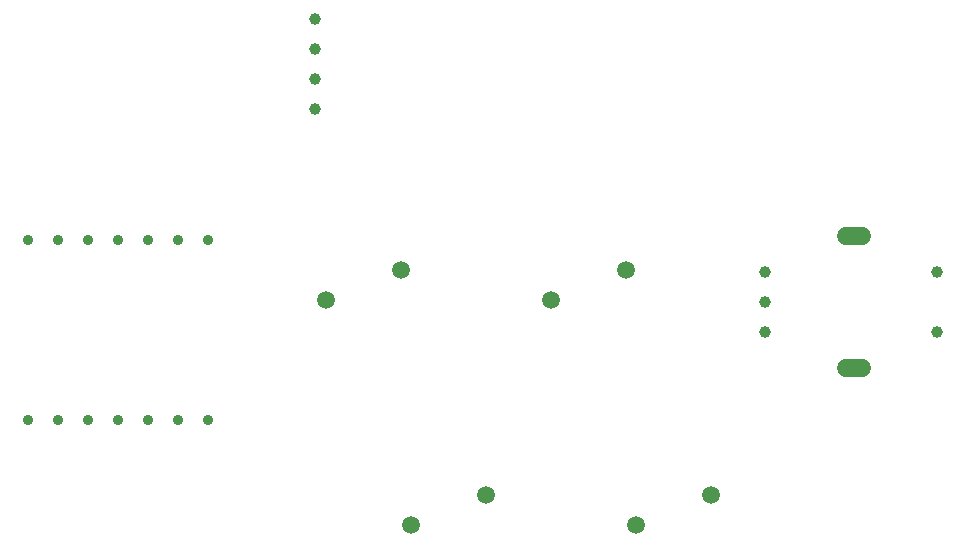
<source format=gbr>
%TF.GenerationSoftware,KiCad,Pcbnew,9.0.6-9.0.6~ubuntu22.04.1*%
%TF.CreationDate,2025-12-08T21:00:47+04:00*%
%TF.ProjectId,HackPad,4861636b-5061-4642-9e6b-696361645f70,rev?*%
%TF.SameCoordinates,Original*%
%TF.FileFunction,Plated,1,2,PTH,Mixed*%
%TF.FilePolarity,Positive*%
%FSLAX46Y46*%
G04 Gerber Fmt 4.6, Leading zero omitted, Abs format (unit mm)*
G04 Created by KiCad (PCBNEW 9.0.6-9.0.6~ubuntu22.04.1) date 2025-12-08 21:00:47*
%MOMM*%
%LPD*%
G01*
G04 APERTURE LIST*
%TA.AperFunction,ComponentDrill*%
%ADD10C,0.889000*%
%TD*%
%TA.AperFunction,ComponentDrill*%
%ADD11C,1.000000*%
%TD*%
%TA.AperFunction,ComponentDrill*%
%ADD12C,1.500000*%
%TD*%
G04 aperture for slot hole*
%TA.AperFunction,ComponentDrill*%
%ADD13C,1.500000*%
%TD*%
G04 APERTURE END LIST*
D10*
%TO.C,U1*%
X39687500Y-49530000D03*
X39687500Y-64770000D03*
X42227500Y-49530000D03*
X42227500Y-64770000D03*
X44767500Y-49530000D03*
X44767500Y-64770000D03*
X47307500Y-49530000D03*
X47307500Y-64770000D03*
X49847500Y-49530000D03*
X49847500Y-64770000D03*
X52387500Y-49530000D03*
X52387500Y-64770000D03*
X54927500Y-49530000D03*
X54927500Y-64770000D03*
D11*
%TO.C,J1*%
X63976250Y-30797500D03*
X63976250Y-33337500D03*
X63976250Y-35877500D03*
X63976250Y-38417500D03*
%TO.C,SW5*%
X102095000Y-52268750D03*
X102095000Y-54768750D03*
X102095000Y-57268750D03*
X116595000Y-52268750D03*
X116595000Y-57268750D03*
D12*
%TO.C,SW1*%
X64928750Y-54610000D03*
X71278750Y-52070000D03*
%TO.C,SW3*%
X72072500Y-73660000D03*
X78422500Y-71120000D03*
%TO.C,SW2*%
X83978750Y-54610000D03*
X90328750Y-52070000D03*
%TO.C,SW4*%
X91122500Y-73660000D03*
X97472500Y-71120000D03*
D13*
%TO.C,SW5*%
X110245000Y-49168750D02*
X108945000Y-49168750D01*
X110245000Y-60368750D02*
X108945000Y-60368750D01*
M02*

</source>
